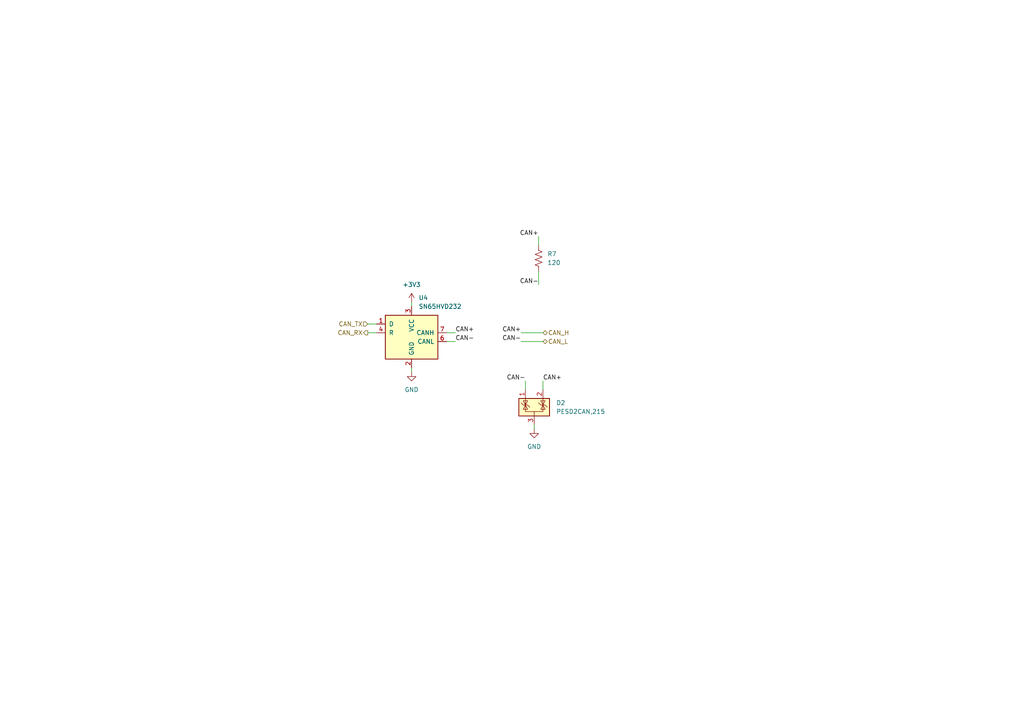
<source format=kicad_sch>
(kicad_sch (version 20211123) (generator eeschema)
  (paper "A4")
  (lib_symbols
    (symbol "Device:R_US" (pin_numbers hide) (pin_names (offset 0))
      (property "Reference" "R" (at 2.54 0 90))
      (property "Value" "R_US" (at -2.54 0 90))
      (symbol "R_US_0_1"
        (polyline (pts (xy 0 -2.286) (xy 0 -2.54)))
        (polyline (pts (xy 0 2.286) (xy 0 2.54)))
        (polyline (pts (xy 0 -0.762) (xy 1.016 -1.143) (xy 0 -1.524) (xy -1.016 -1.905) (xy 0 -2.286)))
        (polyline (pts (xy 0 0.762) (xy 1.016 0.381) (xy 0 0) (xy -1.016 -0.381) (xy 0 -0.762)))
        (polyline (pts (xy 0 2.286) (xy 1.016 1.905) (xy 0 1.524) (xy -1.016 1.143) (xy 0 0.762)))
      )
      (symbol "R_US_1_1"
        (pin passive line (at 0 3.81 270) (length 1.27) (name "~") (number "1"))
        (pin passive line (at 0 -3.81 90) (length 1.27) (name "~") (number "2"))
      )
    )
    (symbol "Interface_CAN_LIN:SN65HVD232" (pin_names (offset 1.016))
      (property "Reference" "U" (at -2.54 10.16 0))
      (property "Value" "SN65HVD232" (at -2.54 7.62 0))
      (symbol "SN65HVD232_0_1"
        (rectangle (start -7.62 5.08) (end 7.62 -7.62) (stroke (width 0.254)) (fill (type background)))
      )
      (symbol "SN65HVD232_1_1"
        (pin input line (at -10.16 2.54 0) (length 2.54) (name "D") (number "1"))
        (pin power_in line (at 0 -10.16 90) (length 2.54) (name "GND") (number "2"))
        (pin power_in line (at 0 7.62 270) (length 2.54) (name "VCC") (number "3"))
        (pin output line (at -10.16 0 0) (length 2.54) (name "R") (number "4"))
        (pin no_connect line (at -10.16 -2.54 0) (length 2.54) hide (name "NC") (number "5"))
        (pin bidirectional line (at 10.16 -2.54 180) (length 2.54) (name "CANL") (number "6"))
        (pin bidirectional line (at 10.16 0 180) (length 2.54) (name "CANH") (number "7"))
        (pin no_connect line (at -10.16 -5.08 0) (length 2.54) hide (name "NC") (number "8"))
      )
    )
    (symbol "Power_Protection:NUP2105L" (pin_names hide)
      (property "Reference" "D" (at 5.715 2.54 0))
      (property "Value" "NUP2105L" (at 5.715 0.635 0))
      (symbol "NUP2105L_0_0"
        (pin passive line (at 0 -5.08 90) (length 2.54) (name "A") (number "3"))
      )
      (symbol "NUP2105L_0_1"
        (rectangle (start -4.445 2.54) (end 4.445 -2.54) (stroke (width 0.254)) (fill (type background)))
        (polyline (pts (xy -2.54 2.54) (xy -2.54 0.635)))
        (polyline (pts (xy 0 -1.27) (xy 0 -2.54)))
        (polyline (pts (xy 2.54 2.54) (xy 2.54 0.635)))
        (polyline (pts (xy -3.81 1.27) (xy -3.175 0.635) (xy -1.905 0.635) (xy -1.27 0)))
        (polyline (pts (xy -2.54 0.635) (xy -2.54 -1.27) (xy 2.54 -1.27) (xy 2.54 0.635)))
        (polyline (pts (xy -2.54 0.635) (xy -1.905 -0.635) (xy -3.175 -0.635) (xy -2.54 0.635)))
        (polyline (pts (xy 2.54 0.635) (xy 1.905 -0.635) (xy 3.175 -0.635) (xy 2.54 0.635)))
        (polyline (pts (xy 2.54 0.635) (xy 3.175 1.905) (xy 1.905 1.905) (xy 2.54 0.635)))
        (polyline (pts (xy -2.54 0.635) (xy -3.175 1.905) (xy -1.905 1.905) (xy -2.54 0.635) (xy -2.54 1.27)))
        (polyline (pts (xy 1.27 1.27) (xy 1.905 0.635) (xy 2.54 0.635) (xy 3.175 0.635) (xy 3.81 0)))
      )
      (symbol "NUP2105L_1_1"
        (pin passive line (at -2.54 5.08 270) (length 2.54) (name "K") (number "1"))
        (pin passive line (at 2.54 5.08 270) (length 2.54) (name "K") (number "2"))
      )
    )
    (symbol "power:+3V3" (power) (pin_names (offset 0))
      (property "Value" "+3V3" (at 0 3.556 0))
      (symbol "+3V3_0_1"
        (polyline (pts (xy -0.762 1.27) (xy 0 2.54)))
        (polyline (pts (xy 0 0) (xy 0 2.54)))
        (polyline (pts (xy 0 2.54) (xy 0.762 1.27)))
      )
      (symbol "+3V3_1_1"
        (pin power_in line (at 0 0 90) (length 0) hide (name "+3V3") (number "1"))
      )
    )
    (symbol "power:GND" (power) (pin_names (offset 0))
      (property "Value" "GND" (at 0 -3.81 0))
      (symbol "GND_0_1"
        (polyline (pts (xy 0 0) (xy 0 -1.27) (xy 1.27 -1.27) (xy 0 -2.54) (xy -1.27 -1.27) (xy 0 -1.27)))
      )
      (symbol "GND_1_1"
        (pin power_in line (at 0 0 270) (length 0) hide (name "GND") (number "1"))
      )
    )
  )
  (wire (pts (xy 119.38 87.63) (xy 119.38 88.9)))
  (wire (pts (xy 129.54 99.06) (xy 132.08 99.06)))
  (wire (pts (xy 152.4 110.49) (xy 152.4 113.03)))
  (wire (pts (xy 154.94 123.19) (xy 154.94 124.46)))
  (wire (pts (xy 129.54 96.52) (xy 132.08 96.52)))
  (wire (pts (xy 151.13 99.06) (xy 157.48 99.06)))
  (wire (pts (xy 151.13 96.52) (xy 157.48 96.52)))
  (wire (pts (xy 157.48 110.49) (xy 157.48 113.03)))
  (wire (pts (xy 119.38 106.68) (xy 119.38 107.95)))
  (wire (pts (xy 156.21 78.74) (xy 156.21 82.55)))
  (wire (pts (xy 156.21 68.58) (xy 156.21 71.12)))
  (wire (pts (xy 106.68 96.52) (xy 109.22 96.52)))
  (wire (pts (xy 106.68 93.98) (xy 109.22 93.98)))
  (label "CAN-" (at 152.4 110.49 180))
  (label "CAN+" (at 151.13 96.52 180))
  (label "CAN-" (at 156.21 82.55 180))
  (label "CAN+" (at 157.48 110.49 0))
  (label "CAN-" (at 132.08 99.06 0))
  (label "CAN-" (at 151.13 99.06 180))
  (label "CAN+" (at 132.08 96.52 0))
  (label "CAN+" (at 156.21 68.58 180))
  (hierarchical_label "CAN_H" (shape bidirectional) (at 157.48 96.52 0))
  (hierarchical_label "CAN_L" (shape bidirectional) (at 157.48 99.06 0))
  (hierarchical_label "CAN_RX" (shape output) (at 106.68 96.52 180))
  (hierarchical_label "CAN_TX" (shape input) (at 106.68 93.98 180))
  (symbol (lib_id "power:GND") (at 119.38 107.95 0) (unit 1)
    (property "Reference" "#PWR030" (effects hide))
    (property "Value" "GND" (at 119.38 113.03 0))
  )
  (symbol (lib_id "Power_Protection:NUP2105L") (at 154.94 118.11 0) (unit 1)
    (property "Reference" "D2" (at 161.29 116.8399 0) (effects (justify left)))
    (property "Value" "PESD2CAN,215" (at 161.29 119.3799 0) (effects (justify left)))
  )
  (symbol (lib_id "power:GND") (at 154.94 124.46 0) (unit 1)
    (property "Reference" "#PWR023" (effects hide))
    (property "Value" "GND" (at 154.94 129.54 0))
  )
  (symbol (lib_id "power:+3V3") (at 119.38 87.63 0) (unit 1)
    (property "Reference" "#PWR021" (effects hide))
    (property "Value" "+3V3" (at 119.38 82.55 0))
  )
  (symbol (lib_id "Device:R_US") (at 156.21 74.93 0) (unit 1)
    (property "Reference" "R7" (at 158.75 73.6599 0) (effects (justify left)))
    (property "Value" "120" (at 158.75 76.1999 0) (effects (justify left)))
  )
  (symbol (lib_id "Interface_CAN_LIN:SN65HVD232") (at 119.38 96.52 0) (unit 1)
    (property "Reference" "U4" (at 121.3994 86.36 0) (effects (justify left)))
    (property "Value" "SN65HVD232" (at 121.3994 88.9 0) (effects (justify left)))
    (property "Footprint" "Package_SO:SOIC-8_3.9x4.9mm_P1.27mm" (effects hide))
    (property "Datasheet" "http://www.ti.com/lit/ds/symlink/sn65hvd230.pdf" (effects hide))
  )
)
</source>
